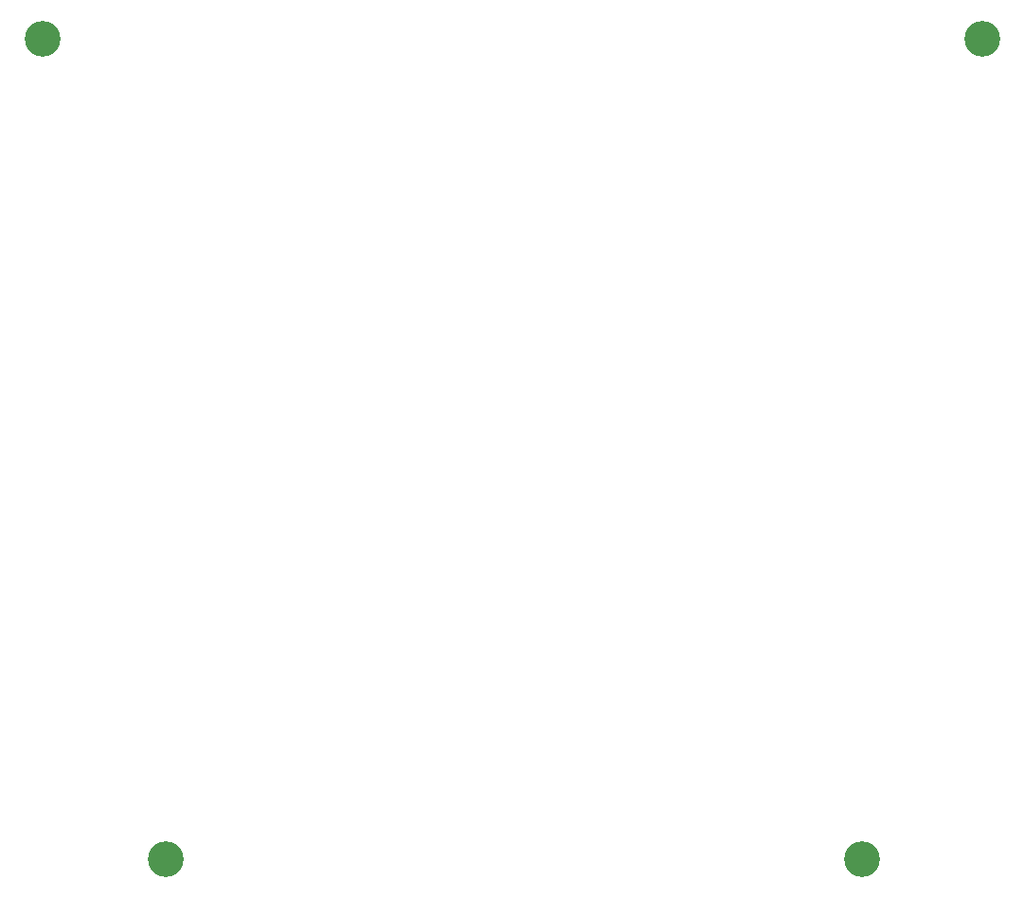
<source format=gbr>
%TF.GenerationSoftware,KiCad,Pcbnew,9.0.7*%
%TF.CreationDate,2026-02-14T18:41:45+05:30*%
%TF.ProjectId,Line_Follower,4c696e65-5f46-46f6-9c6c-6f7765722e6b,v1.0*%
%TF.SameCoordinates,Original*%
%TF.FileFunction,NonPlated,1,2,NPTH,Drill*%
%TF.FilePolarity,Positive*%
%FSLAX46Y46*%
G04 Gerber Fmt 4.6, Leading zero omitted, Abs format (unit mm)*
G04 Created by KiCad (PCBNEW 9.0.7) date 2026-02-14 18:41:45*
%MOMM*%
%LPD*%
G01*
G04 APERTURE LIST*
%TA.AperFunction,ComponentDrill*%
%ADD10C,3.200000*%
%TD*%
G04 APERTURE END LIST*
D10*
%TO.C,H1*%
X104250000Y-35750000D03*
%TO.C,H3*%
X115250000Y-109000000D03*
%TO.C,H4*%
X177500000Y-109000000D03*
%TO.C,H2*%
X188250000Y-35750000D03*
M02*

</source>
